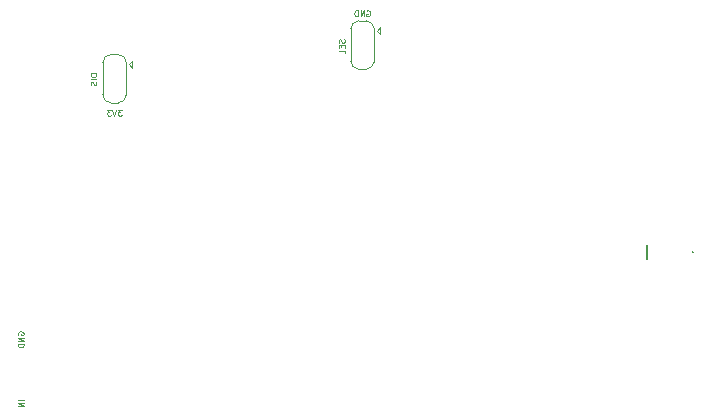
<source format=gbr>
%TF.GenerationSoftware,KiCad,Pcbnew,8.0.5*%
%TF.CreationDate,2025-11-10T20:55:43-03:00*%
%TF.ProjectId,sfp_moduloIC,7366705f-6d6f-4647-956c-6f49432e6b69,v2.0*%
%TF.SameCoordinates,Original*%
%TF.FileFunction,Legend,Bot*%
%TF.FilePolarity,Positive*%
%FSLAX46Y46*%
G04 Gerber Fmt 4.6, Leading zero omitted, Abs format (unit mm)*
G04 Created by KiCad (PCBNEW 8.0.5) date 2025-11-10 20:55:43*
%MOMM*%
%LPD*%
G01*
G04 APERTURE LIST*
%ADD10C,0.125000*%
%ADD11C,0.100000*%
%ADD12C,0.200000*%
%ADD13C,0.120000*%
G04 APERTURE END LIST*
D10*
X125748582Y-91673075D02*
X125439058Y-91673075D01*
X125439058Y-91673075D02*
X125605725Y-91863551D01*
X125605725Y-91863551D02*
X125534296Y-91863551D01*
X125534296Y-91863551D02*
X125486677Y-91887361D01*
X125486677Y-91887361D02*
X125462868Y-91911170D01*
X125462868Y-91911170D02*
X125439058Y-91958789D01*
X125439058Y-91958789D02*
X125439058Y-92077837D01*
X125439058Y-92077837D02*
X125462868Y-92125456D01*
X125462868Y-92125456D02*
X125486677Y-92149266D01*
X125486677Y-92149266D02*
X125534296Y-92173075D01*
X125534296Y-92173075D02*
X125677153Y-92173075D01*
X125677153Y-92173075D02*
X125724772Y-92149266D01*
X125724772Y-92149266D02*
X125748582Y-92125456D01*
X125296201Y-91673075D02*
X125129535Y-92173075D01*
X125129535Y-92173075D02*
X124962868Y-91673075D01*
X124843821Y-91673075D02*
X124534297Y-91673075D01*
X124534297Y-91673075D02*
X124700964Y-91863551D01*
X124700964Y-91863551D02*
X124629535Y-91863551D01*
X124629535Y-91863551D02*
X124581916Y-91887361D01*
X124581916Y-91887361D02*
X124558107Y-91911170D01*
X124558107Y-91911170D02*
X124534297Y-91958789D01*
X124534297Y-91958789D02*
X124534297Y-92077837D01*
X124534297Y-92077837D02*
X124558107Y-92125456D01*
X124558107Y-92125456D02*
X124581916Y-92149266D01*
X124581916Y-92149266D02*
X124629535Y-92173075D01*
X124629535Y-92173075D02*
X124772392Y-92173075D01*
X124772392Y-92173075D02*
X124820011Y-92149266D01*
X124820011Y-92149266D02*
X124843821Y-92125456D01*
X146500488Y-83286885D02*
X146548107Y-83263075D01*
X146548107Y-83263075D02*
X146619536Y-83263075D01*
X146619536Y-83263075D02*
X146690964Y-83286885D01*
X146690964Y-83286885D02*
X146738583Y-83334504D01*
X146738583Y-83334504D02*
X146762393Y-83382123D01*
X146762393Y-83382123D02*
X146786202Y-83477361D01*
X146786202Y-83477361D02*
X146786202Y-83548789D01*
X146786202Y-83548789D02*
X146762393Y-83644027D01*
X146762393Y-83644027D02*
X146738583Y-83691646D01*
X146738583Y-83691646D02*
X146690964Y-83739266D01*
X146690964Y-83739266D02*
X146619536Y-83763075D01*
X146619536Y-83763075D02*
X146571917Y-83763075D01*
X146571917Y-83763075D02*
X146500488Y-83739266D01*
X146500488Y-83739266D02*
X146476679Y-83715456D01*
X146476679Y-83715456D02*
X146476679Y-83548789D01*
X146476679Y-83548789D02*
X146571917Y-83548789D01*
X146262393Y-83763075D02*
X146262393Y-83263075D01*
X146262393Y-83263075D02*
X145976679Y-83763075D01*
X145976679Y-83763075D02*
X145976679Y-83263075D01*
X145738583Y-83763075D02*
X145738583Y-83263075D01*
X145738583Y-83263075D02*
X145619535Y-83263075D01*
X145619535Y-83263075D02*
X145548107Y-83286885D01*
X145548107Y-83286885D02*
X145500488Y-83334504D01*
X145500488Y-83334504D02*
X145476678Y-83382123D01*
X145476678Y-83382123D02*
X145452869Y-83477361D01*
X145452869Y-83477361D02*
X145452869Y-83548789D01*
X145452869Y-83548789D02*
X145476678Y-83644027D01*
X145476678Y-83644027D02*
X145500488Y-83691646D01*
X145500488Y-83691646D02*
X145548107Y-83739266D01*
X145548107Y-83739266D02*
X145619535Y-83763075D01*
X145619535Y-83763075D02*
X145738583Y-83763075D01*
X144600536Y-85726838D02*
X144624345Y-85798266D01*
X144624345Y-85798266D02*
X144624345Y-85917314D01*
X144624345Y-85917314D02*
X144600536Y-85964933D01*
X144600536Y-85964933D02*
X144576726Y-85988742D01*
X144576726Y-85988742D02*
X144529107Y-86012552D01*
X144529107Y-86012552D02*
X144481488Y-86012552D01*
X144481488Y-86012552D02*
X144433869Y-85988742D01*
X144433869Y-85988742D02*
X144410059Y-85964933D01*
X144410059Y-85964933D02*
X144386250Y-85917314D01*
X144386250Y-85917314D02*
X144362440Y-85822076D01*
X144362440Y-85822076D02*
X144338631Y-85774457D01*
X144338631Y-85774457D02*
X144314821Y-85750647D01*
X144314821Y-85750647D02*
X144267202Y-85726838D01*
X144267202Y-85726838D02*
X144219583Y-85726838D01*
X144219583Y-85726838D02*
X144171964Y-85750647D01*
X144171964Y-85750647D02*
X144148155Y-85774457D01*
X144148155Y-85774457D02*
X144124345Y-85822076D01*
X144124345Y-85822076D02*
X144124345Y-85941123D01*
X144124345Y-85941123D02*
X144148155Y-86012552D01*
X144362440Y-86226837D02*
X144362440Y-86393504D01*
X144624345Y-86464932D02*
X144624345Y-86226837D01*
X144624345Y-86226837D02*
X144124345Y-86226837D01*
X144124345Y-86226837D02*
X144124345Y-86464932D01*
X144624345Y-86917313D02*
X144624345Y-86679218D01*
X144624345Y-86679218D02*
X144124345Y-86679218D01*
X123614345Y-88610171D02*
X123114345Y-88610171D01*
X123114345Y-88610171D02*
X123114345Y-88729219D01*
X123114345Y-88729219D02*
X123138155Y-88800647D01*
X123138155Y-88800647D02*
X123185774Y-88848266D01*
X123185774Y-88848266D02*
X123233393Y-88872076D01*
X123233393Y-88872076D02*
X123328631Y-88895885D01*
X123328631Y-88895885D02*
X123400059Y-88895885D01*
X123400059Y-88895885D02*
X123495297Y-88872076D01*
X123495297Y-88872076D02*
X123542916Y-88848266D01*
X123542916Y-88848266D02*
X123590536Y-88800647D01*
X123590536Y-88800647D02*
X123614345Y-88729219D01*
X123614345Y-88729219D02*
X123614345Y-88610171D01*
X123614345Y-89110171D02*
X123114345Y-89110171D01*
X123590536Y-89324457D02*
X123614345Y-89395885D01*
X123614345Y-89395885D02*
X123614345Y-89514933D01*
X123614345Y-89514933D02*
X123590536Y-89562552D01*
X123590536Y-89562552D02*
X123566726Y-89586361D01*
X123566726Y-89586361D02*
X123519107Y-89610171D01*
X123519107Y-89610171D02*
X123471488Y-89610171D01*
X123471488Y-89610171D02*
X123423869Y-89586361D01*
X123423869Y-89586361D02*
X123400059Y-89562552D01*
X123400059Y-89562552D02*
X123376250Y-89514933D01*
X123376250Y-89514933D02*
X123352440Y-89419695D01*
X123352440Y-89419695D02*
X123328631Y-89372076D01*
X123328631Y-89372076D02*
X123304821Y-89348266D01*
X123304821Y-89348266D02*
X123257202Y-89324457D01*
X123257202Y-89324457D02*
X123209583Y-89324457D01*
X123209583Y-89324457D02*
X123161964Y-89348266D01*
X123161964Y-89348266D02*
X123138155Y-89372076D01*
X123138155Y-89372076D02*
X123114345Y-89419695D01*
X123114345Y-89419695D02*
X123114345Y-89538742D01*
X123114345Y-89538742D02*
X123138155Y-89610171D01*
X117496845Y-116265949D02*
X116996845Y-116265949D01*
X117496845Y-116504044D02*
X116996845Y-116504044D01*
X116996845Y-116504044D02*
X117496845Y-116789758D01*
X117496845Y-116789758D02*
X116996845Y-116789758D01*
X116969855Y-110736654D02*
X116946045Y-110689035D01*
X116946045Y-110689035D02*
X116946045Y-110617606D01*
X116946045Y-110617606D02*
X116969855Y-110546178D01*
X116969855Y-110546178D02*
X117017474Y-110498559D01*
X117017474Y-110498559D02*
X117065093Y-110474749D01*
X117065093Y-110474749D02*
X117160331Y-110450940D01*
X117160331Y-110450940D02*
X117231759Y-110450940D01*
X117231759Y-110450940D02*
X117326997Y-110474749D01*
X117326997Y-110474749D02*
X117374616Y-110498559D01*
X117374616Y-110498559D02*
X117422236Y-110546178D01*
X117422236Y-110546178D02*
X117446045Y-110617606D01*
X117446045Y-110617606D02*
X117446045Y-110665225D01*
X117446045Y-110665225D02*
X117422236Y-110736654D01*
X117422236Y-110736654D02*
X117398426Y-110760463D01*
X117398426Y-110760463D02*
X117231759Y-110760463D01*
X117231759Y-110760463D02*
X117231759Y-110665225D01*
X117446045Y-110974749D02*
X116946045Y-110974749D01*
X116946045Y-110974749D02*
X117446045Y-111260463D01*
X117446045Y-111260463D02*
X116946045Y-111260463D01*
X117446045Y-111498559D02*
X116946045Y-111498559D01*
X116946045Y-111498559D02*
X116946045Y-111617607D01*
X116946045Y-111617607D02*
X116969855Y-111689035D01*
X116969855Y-111689035D02*
X117017474Y-111736654D01*
X117017474Y-111736654D02*
X117065093Y-111760464D01*
X117065093Y-111760464D02*
X117160331Y-111784273D01*
X117160331Y-111784273D02*
X117231759Y-111784273D01*
X117231759Y-111784273D02*
X117326997Y-111760464D01*
X117326997Y-111760464D02*
X117374616Y-111736654D01*
X117374616Y-111736654D02*
X117422236Y-111689035D01*
X117422236Y-111689035D02*
X117446045Y-111617607D01*
X117446045Y-111617607D02*
X117446045Y-111498559D01*
D11*
%TO.C,J11*%
X174034536Y-103718266D02*
X174034536Y-103718266D01*
X174134536Y-103718266D02*
X174134536Y-103718266D01*
D12*
X170234536Y-104318266D02*
X170234536Y-103118266D01*
D11*
X174034536Y-103718266D02*
G75*
G02*
X174134536Y-103718266I50000J0D01*
G01*
X174134536Y-103718266D02*
G75*
G02*
X174034536Y-103718266I-50000J0D01*
G01*
D13*
%TO.C,JP2*%
X145839536Y-84148266D02*
X146439536Y-84148266D01*
X147639536Y-85298266D02*
X147639536Y-84698266D01*
X145139536Y-87598266D02*
X145139536Y-84798266D01*
X147639536Y-84698266D02*
X147339536Y-84998266D01*
X147639536Y-85298266D02*
X147339536Y-84998266D01*
X147139536Y-84798266D02*
X147139536Y-87598266D01*
X146439536Y-88248266D02*
X145839536Y-88248266D01*
X145139536Y-84848266D02*
G75*
G02*
X145839536Y-84148266I699999J1D01*
G01*
X146439536Y-84148266D02*
G75*
G02*
X147139536Y-84848266I1J-699999D01*
G01*
X145839536Y-88248266D02*
G75*
G02*
X145139536Y-87548266I0J700000D01*
G01*
X147139536Y-87548266D02*
G75*
G02*
X146439536Y-88248266I-700000J0D01*
G01*
%TO.C,JP1*%
X126149536Y-90398266D02*
G75*
G02*
X125449536Y-91098266I-700000J0D01*
G01*
X124849536Y-91098266D02*
G75*
G02*
X124149536Y-90398266I0J700000D01*
G01*
X125449536Y-86998266D02*
G75*
G02*
X126149536Y-87698266I1J-699999D01*
G01*
X124149536Y-87698266D02*
G75*
G02*
X124849536Y-86998266I699999J1D01*
G01*
X125449536Y-91098266D02*
X124849536Y-91098266D01*
X126149536Y-87648266D02*
X126149536Y-90448266D01*
X126649536Y-88148266D02*
X126349536Y-87848266D01*
X126649536Y-87548266D02*
X126349536Y-87848266D01*
X124149536Y-90448266D02*
X124149536Y-87648266D01*
X126649536Y-88148266D02*
X126649536Y-87548266D01*
X124849536Y-86998266D02*
X125449536Y-86998266D01*
%TD*%
M02*

</source>
